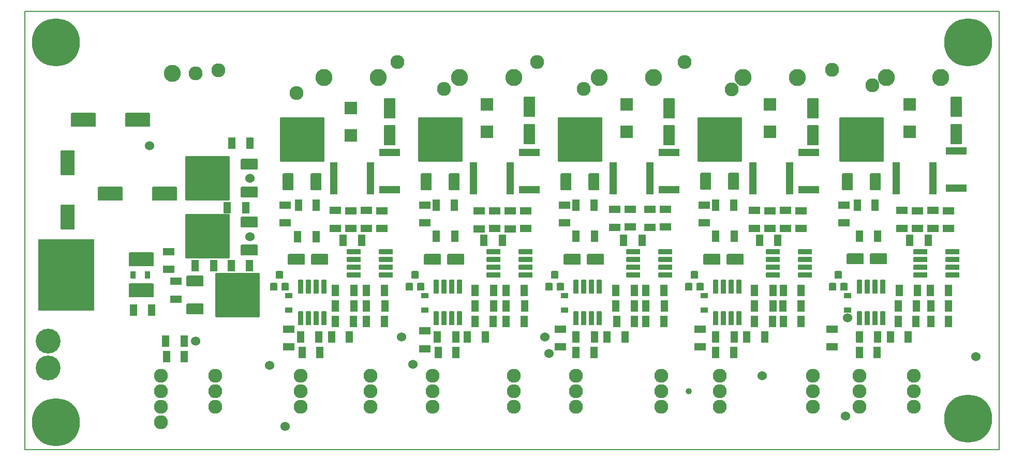
<source format=gbr>
G04 PROTEUS GERBER X2 FILE*
%TF.GenerationSoftware,Labcenter,Proteus,8.7-SP3-Build25561*%
%TF.CreationDate,2021-05-23T19:28:46+00:00*%
%TF.FileFunction,Soldermask,Top*%
%TF.FilePolarity,Negative*%
%TF.Part,Single*%
%TF.SameCoordinates,{ce74c1e3-353a-4a96-b4f4-cabdf69041bd}*%
%FSLAX45Y45*%
%MOMM*%
G01*
%TA.AperFunction,Material*%
%ADD44C,1.016000*%
%ADD45C,1.524000*%
%ADD46C,2.286000*%
%AMPPAD041*
4,1,4,
0.596900,-2.654300,
-0.596900,-2.654300,
-0.596900,2.654300,
0.596900,2.654300,
0.596900,-2.654300,
0*%
%TA.AperFunction,Material*%
%ADD47PPAD041*%
%TA.AperFunction,Material*%
%ADD48C,4.064000*%
%ADD49C,2.794000*%
%AMPPAD044*
4,1,4,
-0.571500,0.901700,
0.571500,0.901700,
0.571500,-0.901700,
-0.571500,-0.901700,
-0.571500,0.901700,
0*%
%TA.AperFunction,Material*%
%ADD50PPAD044*%
%AMPPAD045*
4,1,4,
0.901700,0.571500,
0.901700,-0.571500,
-0.901700,-0.571500,
-0.901700,0.571500,
0.901700,0.571500,
0*%
%ADD51PPAD045*%
%AMPPAD046*
4,1,4,
1.054100,-1.054100,
-1.054100,-1.054100,
-1.054100,1.054100,
1.054100,1.054100,
1.054100,-1.054100,
0*%
%ADD52PPAD046*%
%AMPPAD047*
4,1,36,
0.825500,-1.651000,
-0.825500,-1.651000,
-0.851470,-1.648470,
-0.875480,-1.641200,
-0.897080,-1.629650,
-0.915790,-1.614290,
-0.931150,-1.595570,
-0.942700,-1.573980,
-0.949970,-1.549970,
-0.952500,-1.524000,
-0.952500,1.524000,
-0.949970,1.549970,
-0.942700,1.573980,
-0.931150,1.595570,
-0.915790,1.614290,
-0.897080,1.629650,
-0.875480,1.641200,
-0.851470,1.648470,
-0.825500,1.651000,
0.825500,1.651000,
0.851470,1.648470,
0.875480,1.641200,
0.897080,1.629650,
0.915790,1.614290,
0.931150,1.595570,
0.942700,1.573980,
0.949970,1.549970,
0.952500,1.524000,
0.952500,-1.524000,
0.949970,-1.549970,
0.942700,-1.573980,
0.931150,-1.595570,
0.915790,-1.614290,
0.897080,-1.629650,
0.875480,-1.641200,
0.851470,-1.648470,
0.825500,-1.651000,
0*%
%ADD53PPAD047*%
%AMPPAD048*
4,1,4,
1.701800,0.622300,
1.701800,-0.622300,
-1.701800,-0.622300,
-1.701800,0.622300,
1.701800,0.622300,
0*%
%ADD54PPAD048*%
%AMPPAD049*
4,1,36,
-3.492500,3.619500,
3.492500,3.619500,
3.518470,3.616970,
3.542480,3.609700,
3.564080,3.598150,
3.582790,3.582790,
3.598150,3.564070,
3.609700,3.542480,
3.616970,3.518470,
3.619500,3.492500,
3.619500,-3.492500,
3.616970,-3.518470,
3.609700,-3.542480,
3.598150,-3.564070,
3.582790,-3.582790,
3.564080,-3.598150,
3.542480,-3.609700,
3.518470,-3.616970,
3.492500,-3.619500,
-3.492500,-3.619500,
-3.518470,-3.616970,
-3.542480,-3.609700,
-3.564080,-3.598150,
-3.582790,-3.582790,
-3.598150,-3.564070,
-3.609700,-3.542480,
-3.616970,-3.518470,
-3.619500,-3.492500,
-3.619500,3.492500,
-3.616970,3.518470,
-3.609700,3.542480,
-3.598150,3.564070,
-3.582790,3.582790,
-3.564080,3.598150,
-3.542480,3.609700,
-3.518470,3.616970,
-3.492500,3.619500,
0*%
%TA.AperFunction,Material*%
%ADD55PPAD049*%
%AMPPAD050*
4,1,36,
-0.762000,1.397000,
0.762000,1.397000,
0.787970,1.394470,
0.811980,1.387200,
0.833580,1.375650,
0.852290,1.360290,
0.867650,1.341570,
0.879200,1.319980,
0.886470,1.295970,
0.889000,1.270000,
0.889000,-1.270000,
0.886470,-1.295970,
0.879200,-1.319980,
0.867650,-1.341570,
0.852290,-1.360290,
0.833580,-1.375650,
0.811980,-1.387200,
0.787970,-1.394470,
0.762000,-1.397000,
-0.762000,-1.397000,
-0.787970,-1.394470,
-0.811980,-1.387200,
-0.833580,-1.375650,
-0.852290,-1.360290,
-0.867650,-1.341570,
-0.879200,-1.319980,
-0.886470,-1.295970,
-0.889000,-1.270000,
-0.889000,1.270000,
-0.886470,1.295970,
-0.879200,1.319980,
-0.867650,1.341570,
-0.852290,1.360290,
-0.833580,1.375650,
-0.811980,1.387200,
-0.787970,1.394470,
-0.762000,1.397000,
0*%
%ADD56PPAD050*%
%AMPPAD051*
4,1,36,
0.317500,-1.143000,
-0.317500,-1.143000,
-0.343470,-1.140470,
-0.367480,-1.133200,
-0.389080,-1.121650,
-0.407790,-1.106290,
-0.423150,-1.087570,
-0.434700,-1.065980,
-0.441970,-1.041970,
-0.444500,-1.016000,
-0.444500,1.016000,
-0.441970,1.041970,
-0.434700,1.065980,
-0.423150,1.087570,
-0.407790,1.106290,
-0.389080,1.121650,
-0.367480,1.133200,
-0.343470,1.140470,
-0.317500,1.143000,
0.317500,1.143000,
0.343470,1.140470,
0.367480,1.133200,
0.389080,1.121650,
0.407790,1.106290,
0.423150,1.087570,
0.434700,1.065980,
0.441970,1.041970,
0.444500,1.016000,
0.444500,-1.016000,
0.441970,-1.041970,
0.434700,-1.065980,
0.423150,-1.087570,
0.407790,-1.106290,
0.389080,-1.121650,
0.367480,-1.133200,
0.343470,-1.140470,
0.317500,-1.143000,
0*%
%TA.AperFunction,Material*%
%ADD57PPAD051*%
%AMPPAD052*
4,1,36,
-1.397000,-0.762000,
-1.397000,0.762000,
-1.394470,0.787970,
-1.387200,0.811980,
-1.375650,0.833580,
-1.360290,0.852290,
-1.341570,0.867650,
-1.319980,0.879200,
-1.295970,0.886470,
-1.270000,0.889000,
1.270000,0.889000,
1.295970,0.886470,
1.319980,0.879200,
1.341570,0.867650,
1.360290,0.852290,
1.375650,0.833580,
1.387200,0.811980,
1.394470,0.787970,
1.397000,0.762000,
1.397000,-0.762000,
1.394470,-0.787970,
1.387200,-0.811980,
1.375650,-0.833580,
1.360290,-0.852290,
1.341570,-0.867650,
1.319980,-0.879200,
1.295970,-0.886470,
1.270000,-0.889000,
-1.270000,-0.889000,
-1.295970,-0.886470,
-1.319980,-0.879200,
-1.341570,-0.867650,
-1.360290,-0.852290,
-1.375650,-0.833580,
-1.387200,-0.811980,
-1.394470,-0.787970,
-1.397000,-0.762000,
0*%
%TA.AperFunction,Material*%
%ADD58PPAD052*%
%AMPPAD053*
4,1,36,
0.571500,0.317500,
0.571500,-0.317500,
0.568970,-0.343470,
0.561700,-0.367480,
0.550150,-0.389080,
0.534790,-0.407790,
0.516070,-0.423150,
0.494480,-0.434700,
0.470470,-0.441970,
0.444500,-0.444500,
-0.444500,-0.444500,
-0.470470,-0.441970,
-0.494480,-0.434700,
-0.516070,-0.423150,
-0.534790,-0.407790,
-0.550150,-0.389080,
-0.561700,-0.367480,
-0.568970,-0.343470,
-0.571500,-0.317500,
-0.571500,0.317500,
-0.568970,0.343470,
-0.561700,0.367480,
-0.550150,0.389080,
-0.534790,0.407790,
-0.516070,0.423150,
-0.494480,0.434700,
-0.470470,0.441970,
-0.444500,0.444500,
0.444500,0.444500,
0.470470,0.441970,
0.494480,0.434700,
0.516070,0.423150,
0.534790,0.407790,
0.550150,0.389080,
0.561700,0.367480,
0.568970,0.343470,
0.571500,0.317500,
0*%
%ADD59PPAD053*%
%AMPPAD054*
4,1,36,
0.444500,-0.635000,
-0.444500,-0.635000,
-0.470470,-0.632470,
-0.494480,-0.625200,
-0.516080,-0.613650,
-0.534790,-0.598290,
-0.550150,-0.579570,
-0.561700,-0.557980,
-0.568970,-0.533970,
-0.571500,-0.508000,
-0.571500,0.508000,
-0.568970,0.533970,
-0.561700,0.557980,
-0.550150,0.579570,
-0.534790,0.598290,
-0.516080,0.613650,
-0.494480,0.625200,
-0.470470,0.632470,
-0.444500,0.635000,
0.444500,0.635000,
0.470470,0.632470,
0.494480,0.625200,
0.516080,0.613650,
0.534790,0.598290,
0.550150,0.579570,
0.561700,0.557980,
0.568970,0.533970,
0.571500,0.508000,
0.571500,-0.508000,
0.568970,-0.533970,
0.561700,-0.557980,
0.550150,-0.579570,
0.534790,-0.598290,
0.516080,-0.613650,
0.494480,-0.625200,
0.470470,-0.632470,
0.444500,-0.635000,
0*%
%TA.AperFunction,Material*%
%ADD60PPAD054*%
%AMPPAD055*
4,1,36,
-1.143000,-0.317500,
-1.143000,0.317500,
-1.140470,0.343470,
-1.133200,0.367480,
-1.121650,0.389080,
-1.106290,0.407790,
-1.087570,0.423150,
-1.065980,0.434700,
-1.041970,0.441970,
-1.016000,0.444500,
1.016000,0.444500,
1.041970,0.441970,
1.065980,0.434700,
1.087570,0.423150,
1.106290,0.407790,
1.121650,0.389080,
1.133200,0.367480,
1.140470,0.343470,
1.143000,0.317500,
1.143000,-0.317500,
1.140470,-0.343470,
1.133200,-0.367480,
1.121650,-0.389080,
1.106290,-0.407790,
1.087570,-0.423150,
1.065980,-0.434700,
1.041970,-0.441970,
1.016000,-0.444500,
-1.016000,-0.444500,
-1.041970,-0.441970,
-1.065980,-0.434700,
-1.087570,-0.423150,
-1.106290,-0.407790,
-1.121650,-0.389080,
-1.133200,-0.367480,
-1.140470,-0.343470,
-1.143000,-0.317500,
0*%
%TA.AperFunction,Material*%
%ADD61PPAD055*%
%TA.AperFunction,Material*%
%ADD62C,7.874000*%
%AMPPAD057*
4,1,36,
3.619500,3.492500,
3.619500,-3.492500,
3.616970,-3.518470,
3.609700,-3.542480,
3.598150,-3.564080,
3.582790,-3.582790,
3.564070,-3.598150,
3.542480,-3.609700,
3.518470,-3.616970,
3.492500,-3.619500,
-3.492500,-3.619500,
-3.518470,-3.616970,
-3.542480,-3.609700,
-3.564070,-3.598150,
-3.582790,-3.582790,
-3.598150,-3.564080,
-3.609700,-3.542480,
-3.616970,-3.518470,
-3.619500,-3.492500,
-3.619500,3.492500,
-3.616970,3.518470,
-3.609700,3.542480,
-3.598150,3.564080,
-3.582790,3.582790,
-3.564070,3.598150,
-3.542480,3.609700,
-3.518470,3.616970,
-3.492500,3.619500,
3.492500,3.619500,
3.518470,3.616970,
3.542480,3.609700,
3.564070,3.598150,
3.582790,3.582790,
3.598150,3.564080,
3.609700,3.542480,
3.616970,3.518470,
3.619500,3.492500,
0*%
%TA.AperFunction,Material*%
%ADD63PPAD057*%
%AMPPAD058*
4,1,36,
-1.016000,2.032000,
1.016000,2.032000,
1.041970,2.029470,
1.065980,2.022200,
1.087580,2.010650,
1.106290,1.995290,
1.121650,1.976570,
1.133200,1.954980,
1.140470,1.930970,
1.143000,1.905000,
1.143000,-1.905000,
1.140470,-1.930970,
1.133200,-1.954980,
1.121650,-1.976570,
1.106290,-1.995290,
1.087580,-2.010650,
1.065980,-2.022200,
1.041970,-2.029470,
1.016000,-2.032000,
-1.016000,-2.032000,
-1.041970,-2.029470,
-1.065980,-2.022200,
-1.087580,-2.010650,
-1.106290,-1.995290,
-1.121650,-1.976570,
-1.133200,-1.954980,
-1.140470,-1.930970,
-1.143000,-1.905000,
-1.143000,1.905000,
-1.140470,1.930970,
-1.133200,1.954980,
-1.121650,1.976570,
-1.106290,1.995290,
-1.087580,2.010650,
-1.065980,2.022200,
-1.041970,2.029470,
-1.016000,2.032000,
0*%
%TA.AperFunction,Material*%
%ADD64PPAD058*%
%AMPPAD059*
4,1,36,
-0.317500,0.571500,
0.317500,0.571500,
0.343470,0.568970,
0.367480,0.561700,
0.389080,0.550150,
0.407790,0.534790,
0.423150,0.516070,
0.434700,0.494480,
0.441970,0.470470,
0.444500,0.444500,
0.444500,-0.444500,
0.441970,-0.470470,
0.434700,-0.494480,
0.423150,-0.516070,
0.407790,-0.534790,
0.389080,-0.550150,
0.367480,-0.561700,
0.343470,-0.568970,
0.317500,-0.571500,
-0.317500,-0.571500,
-0.343470,-0.568970,
-0.367480,-0.561700,
-0.389080,-0.550150,
-0.407790,-0.534790,
-0.423150,-0.516070,
-0.434700,-0.494480,
-0.441970,-0.470470,
-0.444500,-0.444500,
-0.444500,0.444500,
-0.441970,0.470470,
-0.434700,0.494480,
-0.423150,0.516070,
-0.407790,0.534790,
-0.389080,0.550150,
-0.367480,0.561700,
-0.343470,0.568970,
-0.317500,0.571500,
0*%
%ADD65PPAD059*%
%AMPPAD060*
4,1,36,
-4.572000,-5.715000,
-4.572000,5.715000,
-4.569470,5.740970,
-4.562200,5.764980,
-4.550650,5.786580,
-4.535290,5.805290,
-4.516570,5.820650,
-4.494980,5.832200,
-4.470970,5.839470,
-4.445000,5.842000,
4.445000,5.842000,
4.470970,5.839470,
4.494980,5.832200,
4.516570,5.820650,
4.535290,5.805290,
4.550650,5.786580,
4.562200,5.764980,
4.569470,5.740970,
4.572000,5.715000,
4.572000,-5.715000,
4.569470,-5.740970,
4.562200,-5.764980,
4.550650,-5.786580,
4.535290,-5.805290,
4.516570,-5.820650,
4.494980,-5.832200,
4.470970,-5.839470,
4.445000,-5.842000,
-4.445000,-5.842000,
-4.470970,-5.839470,
-4.494980,-5.832200,
-4.516570,-5.820650,
-4.535290,-5.805290,
-4.550650,-5.786580,
-4.562200,-5.764980,
-4.569470,-5.740970,
-4.572000,-5.715000,
0*%
%TA.AperFunction,Material*%
%ADD66PPAD060*%
%AMPPAD061*
4,1,36,
-2.032000,-1.016000,
-2.032000,1.016000,
-2.029470,1.041970,
-2.022200,1.065980,
-2.010650,1.087580,
-1.995290,1.106290,
-1.976570,1.121650,
-1.954980,1.133200,
-1.930970,1.140470,
-1.905000,1.143000,
1.905000,1.143000,
1.930970,1.140470,
1.954980,1.133200,
1.976570,1.121650,
1.995290,1.106290,
2.010650,1.087580,
2.022200,1.065980,
2.029470,1.041970,
2.032000,1.016000,
2.032000,-1.016000,
2.029470,-1.041970,
2.022200,-1.065980,
2.010650,-1.087580,
1.995290,-1.106290,
1.976570,-1.121650,
1.954980,-1.133200,
1.930970,-1.140470,
1.905000,-1.143000,
-1.905000,-1.143000,
-1.930970,-1.140470,
-1.954980,-1.133200,
-1.976570,-1.121650,
-1.995290,-1.106290,
-2.010650,-1.087580,
-2.022200,-1.065980,
-2.029470,-1.041970,
-2.032000,-1.016000,
0*%
%ADD67PPAD061*%
%TA.AperFunction,Profile*%
%ADD38C,0.203200*%
%TD.AperFunction*%
D44*
X+1145382Y-2682923D03*
D45*
X-1270000Y-2413000D03*
X+6032500Y-2095500D03*
X+1079500Y-2413000D03*
X+1143584Y-2681125D03*
D44*
X-3424759Y-2876572D03*
X+3429000Y-3302000D03*
D45*
X+4635500Y-3048000D03*
X+5995294Y-3705851D03*
X+8128000Y-2730500D03*
D46*
X-2984500Y+1587500D03*
X-571500Y+1651000D03*
X+1714500Y+1651000D03*
X+4134346Y+1645009D03*
X+5778500Y+1968500D03*
X+6437156Y+1707029D03*
X+3365500Y+2095500D03*
X+952500Y+2095500D03*
X-1333500Y+2095500D03*
D45*
X-4635500Y-2476500D03*
X-3429000Y-2876572D03*
X-3175000Y-3873500D03*
X-3749845Y-768079D03*
X-3746500Y+190500D03*
D46*
X-4263961Y+1955083D03*
D45*
X-5394560Y+718686D03*
X-1079500Y-2857500D03*
D47*
X-1778000Y+190500D03*
X-2378000Y+190500D03*
D48*
X-7048500Y-2476500D03*
X-7048500Y-2921000D03*
D49*
X-1651000Y+1841500D03*
D46*
X-2921000Y-3556000D03*
X-2921000Y-3048000D03*
X-2921000Y-3302000D03*
D50*
X-4117620Y-292100D03*
X-3817620Y-292100D03*
D51*
X-4960620Y-1498600D03*
X-4960620Y-1798600D03*
D52*
X-2095500Y+1339000D03*
X-2095500Y+889000D03*
D53*
X-1460500Y+889000D03*
X-1460500Y+1333500D03*
D54*
X-1460500Y+610000D03*
X-1460500Y+0D03*
D55*
X-2895600Y+817880D03*
D56*
X-3124200Y+127000D03*
X-2667000Y+127000D03*
D57*
X-2921000Y-2108200D03*
X-2794000Y-2108200D03*
X-2667000Y-2108200D03*
X-2540000Y-2108200D03*
X-2540000Y-1587500D03*
X-2667000Y-1587500D03*
X-2794000Y-1587500D03*
X-2921000Y-1587500D03*
D50*
X-2667000Y-254000D03*
X-2957000Y-254000D03*
D51*
X-3175000Y-254000D03*
X-3175000Y-544000D03*
D50*
X-2967000Y-768350D03*
X-2667000Y-768350D03*
D58*
X-2984500Y-1143000D03*
X-2603500Y-1143000D03*
D59*
X-3111500Y-1968500D03*
X-3111500Y-1733550D03*
D50*
X-2921000Y-2413000D03*
X-2621000Y-2413000D03*
X-2893500Y-2667000D03*
X-2603500Y-2667000D03*
D60*
X-3268980Y-1397000D03*
X-3362960Y-1587500D03*
X-3175000Y-1587500D03*
D51*
X-3111500Y-2286000D03*
X-3111500Y-2576000D03*
X-1587500Y-635000D03*
X-1587500Y-345000D03*
X-2095500Y-635000D03*
X-2095500Y-345000D03*
X-1841500Y-335000D03*
X-1841500Y-635000D03*
D61*
X-2044700Y-1016000D03*
X-2044700Y-1143000D03*
X-2044700Y-1270000D03*
X-2044700Y-1397000D03*
X-1524000Y-1397000D03*
X-1524000Y-1270000D03*
X-1524000Y-1143000D03*
X-1524000Y-1016000D03*
D50*
X-2222500Y-825500D03*
X-1922500Y-825500D03*
X-1841500Y-2159000D03*
X-1551500Y-2159000D03*
X-1841500Y-1651000D03*
X-1551500Y-1651000D03*
X-2349500Y-2159000D03*
X-2059500Y-2159000D03*
X-2349500Y-1651000D03*
X-2049500Y-1651000D03*
X-2349500Y-1905000D03*
X-2049500Y-1905000D03*
X-1841500Y-1905000D03*
X-1541500Y-1905000D03*
D51*
X-2349500Y-335000D03*
X-2349500Y-635000D03*
D55*
X-635000Y+817880D03*
D56*
X-863600Y+127000D03*
X-406400Y+127000D03*
D47*
X+508000Y+190500D03*
X-92000Y+190500D03*
D52*
X+127000Y+1397000D03*
X+127000Y+947000D03*
D53*
X+825500Y+907000D03*
X+825500Y+1351500D03*
D54*
X+825500Y+610000D03*
X+825500Y+0D03*
D61*
X+241300Y-1016000D03*
X+241300Y-1143000D03*
X+241300Y-1270000D03*
X+241300Y-1397000D03*
X+762000Y-1397000D03*
X+762000Y-1270000D03*
X+762000Y-1143000D03*
X+762000Y-1016000D03*
D51*
X-889000Y-254000D03*
X-889000Y-544000D03*
D50*
X-408500Y-254000D03*
X-698500Y-254000D03*
X-698500Y-762000D03*
X-398500Y-762000D03*
D58*
X-762000Y-1143000D03*
X-381000Y-1143000D03*
D60*
X-1046480Y-1397000D03*
X-1140460Y-1587500D03*
X-952500Y-1587500D03*
D59*
X-889000Y-1968500D03*
X-889000Y-1733550D03*
D57*
X-698500Y-2108200D03*
X-571500Y-2108200D03*
X-444500Y-2108200D03*
X-317500Y-2108200D03*
X-317500Y-1587500D03*
X-444500Y-1587500D03*
X-571500Y-1587500D03*
X-698500Y-1587500D03*
D51*
X-889000Y-2313500D03*
X-889000Y-2603500D03*
D50*
X-671000Y-2667000D03*
X-381000Y-2667000D03*
X-681000Y-2413000D03*
X-381000Y-2413000D03*
D51*
X+0Y-345000D03*
X+0Y-645000D03*
X+508000Y-345000D03*
X+508000Y-645000D03*
X+762000Y-635000D03*
X+762000Y-345000D03*
X+254000Y-635000D03*
X+254000Y-345000D03*
D50*
X+81000Y-825500D03*
X+381000Y-825500D03*
X-63500Y-1651000D03*
X+236500Y-1651000D03*
X-63500Y-1905000D03*
X+236500Y-1905000D03*
X-63500Y-2159000D03*
X+226500Y-2159000D03*
X+444500Y-1651000D03*
X+734500Y-1651000D03*
X+444500Y-2159000D03*
X+734500Y-2159000D03*
X+444500Y-1905000D03*
X+744500Y-1905000D03*
D49*
X+571500Y+1841500D03*
D46*
X-762000Y-3556000D03*
X-762000Y-3302000D03*
X-762000Y-3048000D03*
D53*
X+3111500Y+889000D03*
X+3111500Y+1333500D03*
D52*
X+2413000Y+1397000D03*
X+2413000Y+947000D03*
D59*
X+1397000Y-1968500D03*
X+1397000Y-1733550D03*
D47*
X+2794000Y+190500D03*
X+2194000Y+190500D03*
D60*
X+1239520Y-1397000D03*
X+1145540Y-1587500D03*
X+1333500Y-1587500D03*
D55*
X+1651000Y+817880D03*
D56*
X+1422400Y+127000D03*
X+1879600Y+127000D03*
D46*
X+1587500Y-3302000D03*
X+1587500Y-3556000D03*
X+1587500Y-3048000D03*
D61*
X+2527300Y-1016000D03*
X+2527300Y-1143000D03*
X+2527300Y-1270000D03*
X+2527300Y-1397000D03*
X+3048000Y-1397000D03*
X+3048000Y-1270000D03*
X+3048000Y-1143000D03*
X+3048000Y-1016000D03*
D57*
X+1587500Y-2108200D03*
X+1714500Y-2108200D03*
X+1841500Y-2108200D03*
X+1968500Y-2108200D03*
X+1968500Y-1587500D03*
X+1841500Y-1587500D03*
X+1714500Y-1587500D03*
X+1587500Y-1587500D03*
D54*
X+3111500Y+610000D03*
X+3111500Y+0D03*
D49*
X+2857500Y+1841500D03*
D50*
X+1587500Y-762000D03*
X+1887500Y-762000D03*
D58*
X+1524000Y-1143000D03*
X+1905000Y-1143000D03*
D51*
X+1397000Y-254000D03*
X+1397000Y-544000D03*
D50*
X+1877500Y-254000D03*
X+1587500Y-254000D03*
X+1587500Y-2667000D03*
X+1877500Y-2667000D03*
D51*
X+1333500Y-2286000D03*
X+1333500Y-2576000D03*
D50*
X+1587500Y-2413000D03*
X+1887500Y-2413000D03*
D51*
X+2222500Y-317500D03*
X+2222500Y-617500D03*
X+2476500Y-607500D03*
X+2476500Y-317500D03*
X+3048000Y-607500D03*
X+3048000Y-317500D03*
X+2794000Y-617500D03*
X+2794000Y-317500D03*
D50*
X+2367000Y-825500D03*
X+2667000Y-825500D03*
X+2730500Y-2159000D03*
X+3020500Y-2159000D03*
X+2730500Y-1651000D03*
X+3020500Y-1651000D03*
X+2250000Y-2159000D03*
X+2540000Y-2159000D03*
X+2240000Y-1905000D03*
X+2540000Y-1905000D03*
X+2730500Y-1905000D03*
X+3030500Y-1905000D03*
X+2240000Y-1651000D03*
X+2540000Y-1651000D03*
D53*
X+5461000Y+889000D03*
X+5461000Y+1333500D03*
D52*
X+4762500Y+1397000D03*
X+4762500Y+947000D03*
D59*
X+3683000Y-1968500D03*
X+3683000Y-1733550D03*
D46*
X+3937000Y-3556000D03*
X+6223000Y-3556000D03*
X+3937000Y-3048000D03*
X+6223000Y-3048000D03*
D47*
X+5080000Y+190500D03*
X+4480000Y+190500D03*
D46*
X+3937000Y-3302000D03*
X+6223000Y-3302000D03*
D60*
X+3525520Y-1397000D03*
X+3431540Y-1587500D03*
X+3619500Y-1587500D03*
D55*
X+3937000Y+825500D03*
D56*
X+3708400Y+134620D03*
X+4165600Y+134620D03*
D60*
X+5875020Y-1397000D03*
X+5781040Y-1587500D03*
X+5969000Y-1587500D03*
D55*
X+6261100Y+817880D03*
D56*
X+6032500Y+127000D03*
X+6489700Y+127000D03*
D49*
X+5207000Y+1841500D03*
X+7556500Y+1841500D03*
D54*
X+5397500Y+610000D03*
X+5397500Y+0D03*
X+7810500Y+635000D03*
X+7810500Y+25000D03*
D61*
X+4813300Y-1016000D03*
X+4813300Y-1143000D03*
X+4813300Y-1270000D03*
X+4813300Y-1397000D03*
X+5334000Y-1397000D03*
X+5334000Y-1270000D03*
X+5334000Y-1143000D03*
X+5334000Y-1016000D03*
D57*
X+3873500Y-2108200D03*
X+4000500Y-2108200D03*
X+4127500Y-2108200D03*
X+4254500Y-2108200D03*
X+4254500Y-1587500D03*
X+4127500Y-1587500D03*
X+4000500Y-1587500D03*
X+3873500Y-1587500D03*
D61*
X+7226300Y-1016000D03*
X+7226300Y-1143000D03*
X+7226300Y-1270000D03*
X+7226300Y-1397000D03*
X+7747000Y-1397000D03*
X+7747000Y-1270000D03*
X+7747000Y-1143000D03*
X+7747000Y-1016000D03*
D57*
X+6223000Y-2108200D03*
X+6350000Y-2108200D03*
X+6477000Y-2108200D03*
X+6604000Y-2108200D03*
X+6604000Y-1587500D03*
X+6477000Y-1587500D03*
X+6350000Y-1587500D03*
X+6223000Y-1587500D03*
D50*
X+3873500Y-2413000D03*
X+4173500Y-2413000D03*
X+3873500Y-762000D03*
X+4173500Y-762000D03*
D58*
X+3810000Y-1143000D03*
X+4191000Y-1143000D03*
D51*
X+3619500Y-2286000D03*
X+3619500Y-2576000D03*
X+3683000Y-254000D03*
X+3683000Y-544000D03*
D50*
X+4163500Y-254000D03*
X+3873500Y-254000D03*
X+3873500Y-2667000D03*
X+4163500Y-2667000D03*
D51*
X+5270500Y-635000D03*
X+5270500Y-345000D03*
X+4762500Y-635000D03*
X+4762500Y-345000D03*
D50*
X+4508500Y-2159000D03*
X+4798500Y-2159000D03*
X+4589500Y-825500D03*
X+4889500Y-825500D03*
D51*
X+5016500Y-335000D03*
X+5016500Y-635000D03*
X+4508500Y-335000D03*
X+4508500Y-635000D03*
D50*
X+4980500Y-2159000D03*
X+5270500Y-2159000D03*
X+4980500Y-1651000D03*
X+5270500Y-1651000D03*
X+7393500Y-2159000D03*
X+7683500Y-2159000D03*
X+4508500Y-1905000D03*
X+4808500Y-1905000D03*
X+4970500Y-1905000D03*
X+5270500Y-1905000D03*
X+4508500Y-1651000D03*
X+4808500Y-1651000D03*
D53*
X+7810500Y+907000D03*
X+7810500Y+1351500D03*
D52*
X+7048500Y+1397000D03*
X+7048500Y+947000D03*
D59*
X+6032500Y-1968500D03*
X+6032500Y-1733550D03*
D47*
X+7429500Y+190500D03*
X+6829500Y+190500D03*
D50*
X+6858000Y-1905000D03*
X+7158000Y-1905000D03*
X+6223000Y-762000D03*
X+6523000Y-762000D03*
D58*
X+6159500Y-1135380D03*
X+6540500Y-1135380D03*
D51*
X+5969000Y-254000D03*
X+5969000Y-544000D03*
D50*
X+6477000Y-254000D03*
X+6187000Y-254000D03*
D51*
X+5778500Y-2286000D03*
X+5778500Y-2576000D03*
D50*
X+6223000Y-2667000D03*
X+6513000Y-2667000D03*
X+6223000Y-2413000D03*
X+6523000Y-2413000D03*
X+7048500Y-825500D03*
X+7348500Y-825500D03*
X+7383500Y-1651000D03*
X+7683500Y-1651000D03*
D51*
X+7429500Y-335000D03*
X+7429500Y-635000D03*
D50*
X+6875500Y-1651000D03*
X+7175500Y-1651000D03*
D51*
X+6921500Y-335000D03*
X+6921500Y-635000D03*
D50*
X+7393500Y-1905000D03*
X+7683500Y-1905000D03*
D51*
X+7683500Y-635000D03*
X+7683500Y-345000D03*
X+7175500Y-635000D03*
X+7175500Y-345000D03*
D50*
X+6858000Y-2159000D03*
X+7148000Y-2159000D03*
D46*
X+7112000Y-3302000D03*
X+5461000Y-3302000D03*
X+2984500Y-3302000D03*
X+571500Y-3302000D03*
X-1778000Y-3302000D03*
X+7112000Y-3556000D03*
X+5461000Y-3556000D03*
X+2984500Y-3556000D03*
X+571500Y-3556000D03*
X-1778000Y-3556000D03*
X+7112000Y-3048000D03*
X+5461000Y-3048000D03*
X+2984500Y-3048000D03*
X+571500Y-3048000D03*
X-1778000Y-3048000D03*
D49*
X+6667500Y+1841500D03*
X+4318000Y+1841500D03*
X+1968500Y+1841500D03*
X-317500Y+1841500D03*
X-2540000Y+1841500D03*
X-5016500Y+1905000D03*
D46*
X-4318000Y-3556000D03*
X-4318000Y-3048000D03*
X-4318000Y-3302000D03*
D50*
X-4054120Y-1244600D03*
X-3754120Y-1244600D03*
X-4046500Y+762000D03*
X-3746500Y+762000D03*
D62*
X-6921500Y-3810000D03*
X-6921500Y+2413000D03*
X+8001000Y+2413000D03*
X+8001000Y-3746500D03*
D50*
X-4826000Y-2476500D03*
X-5126000Y-2476500D03*
D51*
X-5080000Y-1306000D03*
X-5080000Y-1016000D03*
D50*
X-4826000Y-2730500D03*
X-5116000Y-2730500D03*
D46*
X-5207000Y-3048000D03*
X-5207000Y-3302000D03*
X-5207000Y-3556000D03*
D63*
X-3952240Y-1727200D03*
D58*
X-4643120Y-1498600D03*
X-4643120Y-1955800D03*
D63*
X-4445000Y-762000D03*
D58*
X-3754120Y-990600D03*
X-3754120Y-533400D03*
D63*
X-4445000Y+190500D03*
D58*
X-3754120Y-38100D03*
X-3754120Y+419100D03*
D50*
X-4643120Y-1244600D03*
X-4343120Y-1244600D03*
D46*
X-5207000Y-3810000D03*
X-4635500Y+1905000D03*
D50*
X-2413000Y-2413000D03*
X-2123000Y-2413000D03*
X-190500Y-2413000D03*
X+99500Y-2413000D03*
X+2095500Y-2413000D03*
X+2385500Y-2413000D03*
X+4381500Y-2413000D03*
X+4671500Y-2413000D03*
X+6731000Y-2413000D03*
X+7021000Y-2413000D03*
D64*
X-6731000Y-444500D03*
X-6731000Y+444500D03*
D65*
X-5429250Y-1397000D03*
X-5664200Y-1397000D03*
D66*
X-6756400Y-1396216D03*
D67*
X-5524500Y-1650216D03*
X-5524500Y-1142216D03*
D50*
X-5361500Y-1968500D03*
X-5651500Y-1968500D03*
D67*
X-6032500Y-63500D03*
X-5143500Y-63500D03*
X-6477000Y+1143000D03*
X-5588000Y+1143000D03*
D38*
X-7429500Y-4254500D02*
X+8509000Y-4254500D01*
X+8509000Y+2921000D01*
X-7429500Y+2921000D01*
X-7429500Y-4254500D01*
M02*

</source>
